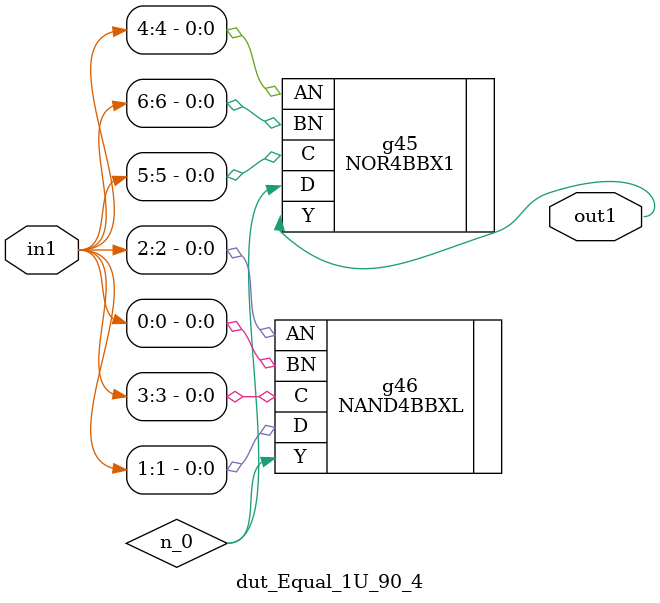
<source format=v>
`timescale 1ps / 1ps


module dut_Equal_1U_90_4(in1, out1);
  input [6:0] in1;
  output out1;
  wire [6:0] in1;
  wire out1;
  wire n_0;
  NOR4BBX1 g45(.AN (in1[4]), .BN (in1[6]), .C (in1[5]), .D (n_0), .Y
       (out1));
  NAND4BBXL g46(.AN (in1[2]), .BN (in1[0]), .C (in1[3]), .D (in1[1]),
       .Y (n_0));
endmodule



</source>
